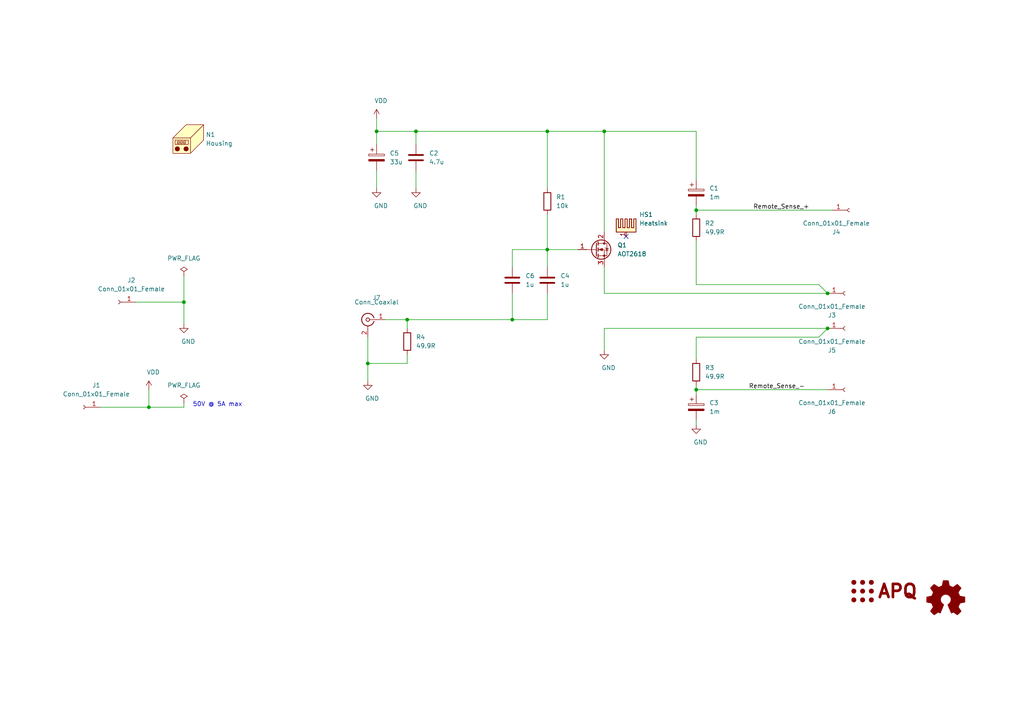
<source format=kicad_sch>
(kicad_sch (version 20230121) (generator eeschema)
  (paper "A4")
  (title_block (title "Line Injector") (date "2022-03-07") (rev "v1.0.1") (comment 1 "Copyright (©) 2021, Patrick Baus <patrick.baus@physik.tu-darmstadt.de>") (comment 2 "Licensed under CERN OHL v.1.2"))
  (lib_symbols
    (symbol "Connector:Conn_01x01_Female" (pin_names (offset 1.016) hide)
      (property "Reference" "J" (at 0 2.54 0))
      (property "Value" "Conn_01x01_Female" (at 0 -2.54 0))
      (symbol "Conn_01x01_Female_1_1"
        (polyline (pts (xy -1.27 0) (xy -0.508 0)) (stroke (width 0.1524)))
        (arc (start 0 0.508) (mid -0.5058 0) (end 0 -0.508) (stroke (width 0.1524)))
        (pin passive line (at -5.08 0 0) (length 3.81) (name "Pin_1") (number "1"))
      )
    )
    (symbol "Connector:Conn_Coaxial" (pin_names (offset 1.016) hide)
      (property "Reference" "J" (at 0.254 3.048 0))
      (property "Value" "Conn_Coaxial" (at 2.921 0 90))
      (symbol "Conn_Coaxial_0_1"
        (arc (start -1.778 -0.508) (mid 0.222 -1.808) (end 1.778 0) (stroke (width 0.254)))
        (polyline (pts (xy -2.54 0) (xy -0.508 0)))
        (polyline (pts (xy 0 -2.54) (xy 0 -1.778)))
        (circle (center 0 0) (radius 0.508) (stroke (width 0.2032)))
        (arc (start 1.778 0) (mid 0.222 1.8083) (end -1.778 0.508) (stroke (width 0.254)))
      )
      (symbol "Conn_Coaxial_1_1"
        (pin passive line (at -5.08 0 0) (length 2.54) (name "In") (number "1"))
        (pin passive line (at 0 -5.08 90) (length 2.54) (name "Ext") (number "2"))
      )
    )
    (symbol "Custom_logos:Logo_APQ" (pin_names (offset 1.016)) (in_bom no)
      (symbol "Logo_APQ_0_0"
        (text "APQ" (at 17.78 0 0) (effects (font (size 3.81 3.81) bold)))
      )
      (symbol "Logo_APQ_0_1"
        (circle (center 5.08 0) (radius 0.635) (fill (type outline)))
        (circle (center 5.08 2.54) (radius 0.635) (fill (type outline)))
        (circle (center 7.62 0) (radius 0.635) (fill (type outline)))
        (circle (center 7.62 2.54) (radius 0.635) (fill (type outline)))
        (circle (center 10.16 2.54) (radius 0.635) (fill (type outline)))
      )
      (symbol "Logo_APQ_1_1"
        (circle (center 5.08 -2.54) (radius 0.635) (fill (type outline)))
        (circle (center 7.62 -2.54) (radius 0.635) (fill (type outline)))
        (circle (center 10.16 -2.54) (radius 0.635) (fill (type outline)))
        (circle (center 10.16 0) (radius 0.635) (fill (type outline)))
      )
    )
    (symbol "Device:C" (pin_numbers hide) (pin_names (offset 0.254))
      (property "Reference" "C" (at 0.635 2.54 0))
      (property "Value" "C" (at 0.635 -2.54 0))
      (symbol "C_0_1"
        (polyline (pts (xy -2.032 -0.762) (xy 2.032 -0.762)) (stroke (width 0.508)))
        (polyline (pts (xy -2.032 0.762) (xy 2.032 0.762)) (stroke (width 0.508)))
      )
      (symbol "C_1_1"
        (pin passive line (at 0 3.81 270) (length 2.794) (name "~") (number "1"))
        (pin passive line (at 0 -3.81 90) (length 2.794) (name "~") (number "2"))
      )
    )
    (symbol "Device:C_Polarized" (pin_numbers hide) (pin_names (offset 0.254))
      (property "Reference" "C" (at 0.635 2.54 0))
      (property "Value" "C_Polarized" (at 0.635 -2.54 0))
      (symbol "C_Polarized_0_1"
        (rectangle (start -2.286 0.508) (end 2.286 1.016))
        (polyline (pts (xy -1.778 2.286) (xy -0.762 2.286)))
        (polyline (pts (xy -1.27 2.794) (xy -1.27 1.778)))
        (rectangle (start 2.286 -0.508) (end -2.286 -1.016) (fill (type outline)))
      )
      (symbol "C_Polarized_1_1"
        (pin passive line (at 0 3.81 270) (length 2.794) (name "~") (number "1"))
        (pin passive line (at 0 -3.81 90) (length 2.794) (name "~") (number "2"))
      )
    )
    (symbol "Device:Q_NMOS_GDS" (pin_names (offset 0) hide)
      (property "Reference" "Q" (at 5.08 1.27 0))
      (property "Value" "Q_NMOS_GDS" (at 5.08 -1.27 0))
      (symbol "Q_NMOS_GDS_0_1"
        (polyline (pts (xy 0.254 0) (xy -2.54 0)))
        (polyline (pts (xy 0.254 1.905) (xy 0.254 -1.905)) (stroke (width 0.254)))
        (polyline (pts (xy 0.762 -1.27) (xy 0.762 -2.286)) (stroke (width 0.254)))
        (polyline (pts (xy 0.762 0.508) (xy 0.762 -0.508)) (stroke (width 0.254)))
        (polyline (pts (xy 0.762 2.286) (xy 0.762 1.27)) (stroke (width 0.254)))
        (polyline (pts (xy 2.54 2.54) (xy 2.54 1.778)))
        (polyline (pts (xy 2.54 -2.54) (xy 2.54 0) (xy 0.762 0)))
        (polyline (pts (xy 0.762 -1.778) (xy 3.302 -1.778) (xy 3.302 1.778) (xy 0.762 1.778)))
        (polyline (pts (xy 1.016 0) (xy 2.032 0.381) (xy 2.032 -0.381) (xy 1.016 0)) (fill (type outline)))
        (polyline (pts (xy 2.794 0.508) (xy 2.921 0.381) (xy 3.683 0.381) (xy 3.81 0.254)))
        (polyline (pts (xy 3.302 0.381) (xy 2.921 -0.254) (xy 3.683 -0.254) (xy 3.302 0.381)))
        (circle (center 1.651 0) (radius 2.794) (stroke (width 0.254)))
        (circle (center 2.54 -1.778) (radius 0.254) (fill (type outline)))
        (circle (center 2.54 1.778) (radius 0.254) (fill (type outline)))
      )
      (symbol "Q_NMOS_GDS_1_1"
        (pin input line (at -5.08 0 0) (length 2.54) (name "G") (number "1"))
        (pin passive line (at 2.54 5.08 270) (length 2.54) (name "D") (number "2"))
        (pin passive line (at 2.54 -5.08 90) (length 2.54) (name "S") (number "3"))
      )
    )
    (symbol "Device:R" (pin_numbers hide) (pin_names (offset 0))
      (property "Reference" "R" (at 2.032 0 90))
      (property "Value" "R" (at 0 0 90))
      (symbol "R_0_1"
        (rectangle (start -1.016 -2.54) (end 1.016 2.54) (stroke (width 0.254)))
      )
      (symbol "R_1_1"
        (pin passive line (at 0 3.81 270) (length 1.27) (name "~") (number "1"))
        (pin passive line (at 0 -3.81 90) (length 1.27) (name "~") (number "2"))
      )
    )
    (symbol "Graphic:Logo_Open_Hardware_Small" (pin_names (offset 1.016))
      (symbol "Logo_Open_Hardware_Small_0_1"
        (polyline (pts (xy 3.3528 -4.3434) (xy 3.302 -4.318) (xy 3.175 -4.2418) (xy 2.9972 -4.1148) (xy 2.7686 -3.9624) (xy 2.54 -3.81) (xy 2.3622 -3.7084) (xy 2.2352 -3.6068) (xy 2.1844 -3.5814) (xy 2.159 -3.6068) (xy 2.0574 -3.6576) (xy 1.905 -3.7338) (xy 1.8034 -3.7846) (xy 1.6764 -3.8354) (xy 1.6002 -3.8354) (xy 1.6002 -3.8354) (xy 1.5494 -3.7338) (xy 1.4732 -3.5306) (xy 1.3462 -3.302) (xy 1.2446 -3.0226) (xy 1.1176 -2.7178) (xy 0.9652 -2.413) (xy 0.8636 -2.1082) (xy 0.7366 -1.8288) (xy 0.6604 -1.6256) (xy 0.6096 -1.4732) (xy 0.5842 -1.397) (xy 0.5842 -1.397) (xy 0.6604 -1.3208) (xy 0.7874 -1.2446) (xy 1.0414 -1.016) (xy 1.2954 -0.6858) (xy 1.4478 -0.3302) (xy 1.524 0.0762) (xy 1.4732 0.4572) (xy 1.3208 0.8128) (xy 1.0668 1.143) (xy 0.762 1.3716) (xy 0.4064 1.524) (xy 0 1.5748) (xy -0.381 1.5494) (xy -0.7366 1.397) (xy -1.0668 1.143) (xy -1.2192 0.9906) (xy -1.397 0.6604) (xy -1.524 0.3048) (xy -1.524 0.2286) (xy -1.4986 -0.1778) (xy -1.397 -0.5334) (xy -1.1938 -0.8636) (xy -0.9144 -1.143) (xy -0.8636 -1.1684) (xy -0.7366 -1.27) (xy -0.635 -1.3462) (xy -0.5842 -1.397) (xy -1.0668 -2.5908) (xy -1.143 -2.794) (xy -1.2954 -3.1242) (xy -1.397 -3.4036) (xy -1.4986 -3.6322) (xy -1.5748 -3.7846) (xy -1.6002 -3.8354) (xy -1.6002 -3.8354) (xy -1.651 -3.8354) (xy -1.7272 -3.81) (xy -1.905 -3.7338) (xy -2.0066 -3.683) (xy -2.1336 -3.6068) (xy -2.2098 -3.5814) (xy -2.2606 -3.6068) (xy -2.3622 -3.683) (xy -2.54 -3.81) (xy -2.7686 -3.9624) (xy -2.9718 -4.0894) (xy -3.1496 -4.2164) (xy -3.302 -4.318) (xy -3.3528 -4.3434) (xy -3.3782 -4.3434) (xy -3.429 -4.318) (xy -3.5306 -4.2164) (xy -3.7084 -4.064) (xy -3.937 -3.8354) (xy -3.9624 -3.81) (xy -4.1656 -3.6068) (xy -4.318 -3.4544) (xy -4.4196 -3.3274) (xy -4.445 -3.2766) (xy -4.445 -3.2766) (xy -4.4196 -3.2258) (xy -4.318 -3.0734) (xy -4.2164 -2.8956) (xy -4.064 -2.667) (xy -3.6576 -2.0828) (xy -3.8862 -1.5494) (xy -3.937 -1.3716) (xy -4.0386 -1.1684) (xy -4.0894 -1.0414) (xy -4.1148 -0.9652) (xy -4.191 -0.9398) (xy -4.318 -0.9144) (xy -4.5466 -0.8636) (xy -4.8006 -0.8128) (xy -5.0546 -0.7874) (xy -5.2578 -0.7366) (xy -5.4356 -0.7112) (xy -5.5118 -0.6858) (xy -5.5118 -0.6858) (xy -5.5372 -0.635) (xy -5.5372 -0.5588) (xy -5.5372 -0.4318) (xy -5.5626 -0.2286) (xy -5.5626 0.0762) (xy -5.5626 0.127) (xy -5.5372 0.4064) (xy -5.5372 0.635) (xy -5.5372 0.762) (xy -5.5372 0.8382) (xy -5.5372 0.8382) (xy -5.461 0.8382) (xy -5.3086 0.889) (xy -5.08 0.9144) (xy -4.826 0.9652) (xy -4.8006 0.9906) (xy -4.5466 1.0414) (xy -4.318 1.0668) (xy -4.1656 1.1176) (xy -4.0894 1.143) (xy -4.0894 1.143) (xy -4.0386 1.2446) (xy -3.9624 1.4224) (xy -3.8608 1.6256) (xy -3.7846 1.8288) (xy -3.7084 2.0066) (xy -3.6576 2.159) (xy -3.6322 2.2098) (xy -3.6322 2.2098) (xy -3.683 2.286) (xy -3.7592 2.413) (xy -3.8862 2.5908) (xy -4.064 2.8194) (xy -4.064 2.8448) (xy -4.2164 3.0734) (xy -4.3434 3.2512) (xy -4.4196 3.3782) (xy -4.445 3.4544) (xy -4.445 3.4544) (xy -4.3942 3.5052) (xy -4.2926 3.6322) (xy -4.1148 3.81) (xy -3.937 4.0132) (xy -3.8608 4.064) (xy -3.6576 4.2926) (xy -3.5052 4.4196) (xy -3.4036 4.4958) (xy -3.3528 4.5212) (xy -3.3528 4.5212) (xy -3.302 4.4704) (xy -3.1496 4.3688) (xy -2.9718 4.2418) (xy -2.7432 4.0894) (xy -2.7178 4.0894) (xy -2.4892 3.937) (xy -2.3114 3.81) (xy -2.1844 3.7084) (xy -2.1336 3.683) (xy -2.1082 3.683) (xy -2.032 3.7084) (xy -1.8542 3.7592) (xy -1.6764 3.8354) (xy -1.4732 3.937) (xy -1.27 4.0132) (xy -1.143 4.064) (xy -1.0668 4.1148) (xy -1.0668 4.1148) (xy -1.0414 4.191) (xy -1.016 4.3434) (xy -0.9652 4.572) (xy -0.9144 4.8514) (xy -0.889 4.9022) (xy -0.8382 5.1562) (xy -0.8128 5.3848) (xy -0.7874 5.5372) (xy -0.762 5.588) (xy -0.7112 5.6134) (xy -0.5842 5.6134) (xy -0.4064 5.6134) (xy -0.1524 5.6134) (xy 0.0762 5.6134) (xy 0.3302 5.6134) (xy 0.5334 5.6134) (xy 0.6858 5.588) (xy 0.7366 5.588) (xy 0.7366 5.588) (xy 0.762 5.5118) (xy 0.8128 5.334) (xy 0.8382 5.1054) (xy 0.9144 4.826) (xy 0.9144 4.7752) (xy 0.9652 4.5212) (xy 1.016 4.2926) (xy 1.0414 4.1402) (xy 1.0668 4.0894) (xy 1.0668 4.0894) (xy 1.1938 4.0386) (xy 1.3716 3.9624) (xy 1.5748 3.8608) (xy 2.0828 3.6576) (xy 2.7178 4.0894) (xy 2.7686 4.1402) (xy 2.9972 4.2926) (xy 3.175 4.4196) (xy 3.302 4.4958) (xy 3.3782 4.5212) (xy 3.3782 4.5212) (xy 3.429 4.4704) (xy 3.556 4.3434) (xy 3.7338 4.191) (xy 3.9116 3.9878) (xy 4.064 3.8354) (xy 4.2418 3.6576) (xy 4.3434 3.556) (xy 4.4196 3.4798) (xy 4.4196 3.429) (xy 4.4196 3.4036) (xy 4.3942 3.3274) (xy 4.2926 3.2004) (xy 4.1656 2.9972) (xy 4.0132 2.794) (xy 3.8862 2.5908) (xy 3.7592 2.3876) (xy 3.6576 2.2352) (xy 3.6322 2.159) (xy 3.6322 2.1336) (xy 3.683 2.0066) (xy 3.7592 1.8288) (xy 3.8608 1.6002) (xy 4.064 1.1176) (xy 4.3942 1.0414) (xy 4.5974 1.016) (xy 4.8768 0.9652) (xy 5.1308 0.9144) (xy 5.5372 0.8382) (xy 5.5626 -0.6604) (xy 5.4864 -0.6858) (xy 5.4356 -0.6858) (xy 5.2832 -0.7366) (xy 5.0546 -0.762) (xy 4.8006 -0.8128) (xy 4.5974 -0.8636) (xy 4.3688 -0.9144) (xy 4.2164 -0.9398) (xy 4.1402 -0.9398) (xy 4.1148 -0.9652) (xy 4.064 -1.0668) (xy 3.9878 -1.2446) (xy 3.9116 -1.4478) (xy 3.81 -1.651) (xy 3.7338 -1.8542) (xy 3.683 -2.0066) (xy 3.6576 -2.0828) (xy 3.683 -2.1336) (xy 3.7846 -2.2606) (xy 3.8862 -2.4638) (xy 4.0386 -2.667) (xy 4.191 -2.8956) (xy 4.318 -3.0734) (xy 4.3942 -3.2004) (xy 4.445 -3.2766) (xy 4.4196 -3.3274) (xy 4.3434 -3.429) (xy 4.1656 -3.5814) (xy 3.937 -3.8354) (xy 3.8862 -3.8608) (xy 3.683 -4.064) (xy 3.5306 -4.2164) (xy 3.4036 -4.318) (xy 3.3528 -4.3434)) (fill (type outline)))
      )
    )
    (symbol "Mechanical:Heatsink_Pad" (pin_names (offset 0))
      (property "Reference" "HS" (at 0 5.715 0))
      (property "Value" "Heatsink_Pad" (at 0 3.81 0))
      (symbol "Heatsink_Pad_0_1"
        (polyline (pts (xy -0.3302 0) (xy -0.9652 0) (xy -0.9652 2.54) (xy -1.6002 2.54) (xy -1.6002 0) (xy -2.2352 0) (xy -2.2352 2.54) (xy -2.8702 2.54) (xy -2.8702 -1.27) (xy -0.9652 -1.27)) (stroke (width 0.254)) (fill (type background)))
        (polyline (pts (xy -0.3302 0) (xy -0.3302 2.54) (xy 0.3048 2.54) (xy 0.3048 0) (xy 0.9398 0) (xy 0.9398 2.54) (xy 1.5748 2.54) (xy 1.5748 0) (xy 2.2098 0) (xy 2.2098 2.54) (xy 2.8448 2.54) (xy 2.8448 -1.27) (xy -0.9652 -1.27)) (stroke (width 0.254)) (fill (type background)))
      )
      (symbol "Heatsink_Pad_1_1"
        (pin passive line (at 0 -2.54 90) (length 1.27) (name "~") (number "1"))
      )
    )
    (symbol "Mechanical:Housing" (pin_names (offset 1.016))
      (property "Reference" "N" (at 3.81 0 0))
      (property "Value" "Housing" (at 3.81 -1.905 0))
      (symbol "Housing_0_1"
        (rectangle (start -5.08 -0.635) (end -1.27 -1.905))
        (circle (center -4.445 -3.175) (radius 0.635) (fill (type outline)))
        (circle (center -1.905 -3.175) (radius 0.635) (fill (type outline)))
        (polyline (pts (xy -4.5212 -1.5748) (xy -4.4704 -1.3716)))
        (polyline (pts (xy -4.4196 -1.6764) (xy -4.064 -1.6764)))
        (polyline (pts (xy -4.4196 -1.2192) (xy -4.3688 -0.9652)))
        (polyline (pts (xy -4.318 -1.3208) (xy -4.0132 -1.3208)))
        (polyline (pts (xy -4.2164 -0.9144) (xy -3.9116 -0.9144)))
        (polyline (pts (xy -3.9116 -1.6256) (xy -3.8608 -1.3716)))
        (polyline (pts (xy -3.81 -1.2192) (xy -3.7592 -0.9652)))
        (polyline (pts (xy -3.6068 -1.5748) (xy -3.556 -1.3716)))
        (polyline (pts (xy -3.5052 -1.6764) (xy -3.1496 -1.6764)))
        (polyline (pts (xy -3.5052 -1.2192) (xy -3.4544 -0.9652)))
        (polyline (pts (xy -3.4036 -1.3208) (xy -3.0988 -1.3208)))
        (polyline (pts (xy -3.302 -0.9144) (xy -2.9972 -0.9144)))
        (polyline (pts (xy -2.9972 -1.6256) (xy -2.9464 -1.3716)))
        (polyline (pts (xy -2.8956 -1.2192) (xy -2.8448 -0.9652)))
        (polyline (pts (xy -2.6924 -1.5748) (xy -2.6416 -1.3716)))
        (polyline (pts (xy -2.5908 -1.6764) (xy -2.2352 -1.6764)))
        (polyline (pts (xy -2.5908 -1.2192) (xy -2.54 -0.9652)))
        (polyline (pts (xy -2.4892 -1.3208) (xy -2.1844 -1.3208)))
        (polyline (pts (xy -2.3876 -0.9144) (xy -2.0828 -0.9144)))
        (polyline (pts (xy -2.0828 -1.6256) (xy -2.032 -1.3716)))
        (polyline (pts (xy -1.9812 -1.2192) (xy -1.9304 -0.9652)))
        (polyline (pts (xy -0.635 0) (xy -0.635 -4.445)))
        (polyline (pts (xy -5.715 0) (xy -0.635 0) (xy 3.175 3.81)))
        (polyline (pts (xy -5.715 0) (xy -5.715 -4.445) (xy -0.635 -4.445) (xy 3.175 -0.635) (xy 3.175 3.81) (xy -1.905 3.81) (xy -5.715 0)) (fill (type background)))
      )
    )
    (symbol "power:GND" (power) (pin_names (offset 0))
      (property "Value" "GND" (at 0 -3.81 0))
      (symbol "GND_0_1"
        (polyline (pts (xy 0 0) (xy 0 -1.27) (xy 1.27 -1.27) (xy 0 -2.54) (xy -1.27 -1.27) (xy 0 -1.27)))
      )
      (symbol "GND_1_1"
        (pin power_in line (at 0 0 270) (length 0) hide (name "GND") (number "1"))
      )
    )
    (symbol "power:PWR_FLAG" (power) (pin_numbers hide) (pin_names (offset 0) hide)
      (property "Value" "PWR_FLAG" (at 0 3.81 0))
      (symbol "PWR_FLAG_0_0"
        (pin power_out line (at 0 0 90) (length 0) (name "pwr") (number "1"))
      )
      (symbol "PWR_FLAG_0_1"
        (polyline (pts (xy 0 0) (xy 0 1.27) (xy -1.016 1.905) (xy 0 2.54) (xy 1.016 1.905) (xy 0 1.27)))
      )
    )
    (symbol "power:VDD" (power) (pin_names (offset 0))
      (property "Value" "VDD" (at 0 3.81 0))
      (symbol "VDD_0_1"
        (polyline (pts (xy -0.762 1.27) (xy 0 2.54)))
        (polyline (pts (xy 0 0) (xy 0 2.54)))
        (polyline (pts (xy 0 2.54) (xy 0.762 1.27)))
      )
      (symbol "VDD_1_1"
        (pin power_in line (at 0 0 90) (length 0) hide (name "VDD") (number "1"))
      )
    )
  )
  (junction (at 158.75 38.1))
  (junction (at 118.11 92.71))
  (junction (at 120.65 38.1))
  (junction (at 53.34 87.63))
  (junction (at 43.18 118.11))
  (junction (at 109.22 38.1))
  (junction (at 201.93 60.96))
  (junction (at 158.75 72.39))
  (junction (at 106.68 105.41))
  (junction (at 240.03 85.09))
  (junction (at 148.59 92.71))
  (junction (at 201.93 113.03))
  (junction (at 240.03 95.25))
  (junction (at 175.26 38.1))
  (no_connect (at 181.61 68.58))
  (wire (pts (xy 175.26 67.31) (xy 175.26 38.1)))
  (wire (pts (xy 158.75 38.1) (xy 158.75 54.61)))
  (wire (pts (xy 158.75 85.09) (xy 158.75 92.71)))
  (wire (pts (xy 106.68 110.49) (xy 106.68 105.41)))
  (wire (pts (xy 109.22 38.1) (xy 109.22 34.29)))
  (wire (pts (xy 201.93 38.1) (xy 201.93 52.07)))
  (wire (pts (xy 201.93 113.03) (xy 201.93 114.3)))
  (wire (pts (xy 237.49 97.79) (xy 240.03 95.25)))
  (wire (pts (xy 201.93 60.96) (xy 241.3 60.96)))
  (wire (pts (xy 175.26 95.25) (xy 175.26 101.6)))
  (wire (pts (xy 120.65 38.1) (xy 158.75 38.1)))
  (wire (pts (xy 201.93 97.79) (xy 201.93 104.14)))
  (wire (pts (xy 43.18 113.03) (xy 43.18 118.11)))
  (wire (pts (xy 167.64 72.39) (xy 158.75 72.39)))
  (wire (pts (xy 118.11 102.87) (xy 118.11 105.41)))
  (wire (pts (xy 237.49 97.79) (xy 201.93 97.79)))
  (wire (pts (xy 237.49 82.55) (xy 240.03 85.09)))
  (wire (pts (xy 120.65 49.53) (xy 120.65 54.61)))
  (wire (pts (xy 111.76 92.71) (xy 118.11 92.71)))
  (wire (pts (xy 158.75 77.47) (xy 158.75 72.39)))
  (wire (pts (xy 109.22 38.1) (xy 120.65 38.1)))
  (wire (pts (xy 201.93 69.85) (xy 201.93 82.55)))
  (wire (pts (xy 109.22 41.91) (xy 109.22 38.1)))
  (wire (pts (xy 201.93 113.03) (xy 240.03 113.03)))
  (wire (pts (xy 175.26 85.09) (xy 240.03 85.09)))
  (wire (pts (xy 148.59 72.39) (xy 158.75 72.39)))
  (wire (pts (xy 118.11 92.71) (xy 148.59 92.71)))
  (wire (pts (xy 158.75 92.71) (xy 148.59 92.71)))
  (wire (pts (xy 201.93 59.69) (xy 201.93 60.96)))
  (wire (pts (xy 201.93 60.96) (xy 201.93 62.23)))
  (wire (pts (xy 118.11 92.71) (xy 118.11 95.25)))
  (wire (pts (xy 148.59 77.47) (xy 148.59 72.39)))
  (wire (pts (xy 148.59 85.09) (xy 148.59 92.71)))
  (wire (pts (xy 53.34 80.01) (xy 53.34 87.63)))
  (wire (pts (xy 201.93 111.76) (xy 201.93 113.03)))
  (wire (pts (xy 175.26 38.1) (xy 158.75 38.1)))
  (wire (pts (xy 175.26 38.1) (xy 201.93 38.1)))
  (wire (pts (xy 175.26 95.25) (xy 240.03 95.25)))
  (wire (pts (xy 120.65 38.1) (xy 120.65 41.91)))
  (wire (pts (xy 201.93 123.19) (xy 201.93 121.92)))
  (wire (pts (xy 175.26 77.47) (xy 175.26 85.09)))
  (wire (pts (xy 201.93 82.55) (xy 237.49 82.55)))
  (wire (pts (xy 158.75 72.39) (xy 158.75 62.23)))
  (wire (pts (xy 118.11 105.41) (xy 106.68 105.41)))
  (wire (pts (xy 53.34 118.11) (xy 53.34 116.84)))
  (wire (pts (xy 39.37 87.63) (xy 53.34 87.63)))
  (wire (pts (xy 43.18 118.11) (xy 53.34 118.11)))
  (wire (pts (xy 106.68 105.41) (xy 106.68 97.79)))
  (wire (pts (xy 53.34 87.63) (xy 53.34 93.98)))
  (wire (pts (xy 109.22 49.53) (xy 109.22 54.61)))
  (wire (pts (xy 29.21 118.11) (xy 43.18 118.11)))
  (text "50V @ 5A max" (at 55.88 118.11 0) (effects (font (size 1.27 1.27)) (justify left bottom)))
  (label "Remote_Sense_+" (at 218.44 60.96 0))
  (label "Remote_Sense_-" (at 217.17 113.03 0))
  (symbol (lib_id "Graphic:Logo_Open_Hardware_Small") (at 274.32 173.99 0) (unit 1) (in_bom no)
    (property "Reference" "LOGO2" (effects hide))
    (property "Value" "Logo_Open_Hardware_Small" (effects hide))
    (property "Footprint" "Symbol:OSHW-Logo_7.5x8mm_SilkScreen" (effects hide))
  )
  (symbol (lib_id "Custom_logos:Logo_APQ") (at 242.57 171.45 0) (unit 1) (in_bom no)
    (property "Reference" "LOGO1" (effects hide))
    (property "Value" "Logo_APQ" (effects hide))
    (property "Footprint" "Custom_footprints_project:APQ-Logo_small" (effects hide))
    (property "DNP" "1" (effects hide))
  )
  (symbol (lib_id "Connector:Conn_01x01_Female") (at 24.13 118.11 180) (unit 1)
    (property "Reference" "J1" (at 27.94 111.76 0))
    (property "Value" "Conn_01x01_Female" (at 27.94 114.3 0))
    (property "Footprint" "Custom_footprints:Schuetzinger_4mm_Jack" (effects hide))
    (property "MFN" "Schützinger" (effects hide))
    (property "PN" "SWEB 8094 AU / RT" (effects hide))
    (property "Alternative" "Cliff FCR7350R" (effects hide))
  )
  (symbol (lib_id "Connector:Conn_01x01_Female") (at 34.29 87.63 180) (unit 1)
    (property "Reference" "J2" (at 38.1 81.28 0))
    (property "Value" "Conn_01x01_Female" (at 38.1 83.82 0))
    (property "Footprint" "Custom_footprints:Schuetzinger_4mm_Jack" (effects hide))
    (property "MFN" "Schützinger" (effects hide))
    (property "PN" "SWEB 8094 AU / SW" (effects hide))
    (property "Alternative" "Cliff FCR7350B" (effects hide))
  )
  (symbol (lib_id "power:PWR_FLAG") (at 53.34 116.84 0) (unit 1)
    (property "Reference" "#FLG02" (effects hide))
    (property "Value" "PWR_FLAG" (at 53.34 111.76 0))
  )
  (symbol (lib_id "power:GND") (at 53.34 93.98 0) (unit 1)
    (property "Reference" "#PWR02" (effects hide))
    (property "Value" "GND" (at 54.61 99.06 0))
  )
  (symbol (lib_id "power:PWR_FLAG") (at 53.34 80.01 0) (unit 1)
    (property "Reference" "#FLG01" (effects hide))
    (property "Value" "PWR_FLAG" (at 53.34 74.93 0))
  )
  (symbol (lib_id "Device:C_Polarized") (at 109.22 45.72 0) (unit 1)
    (property "Reference" "C5" (at 113.03 44.45 0) (effects (justify left)))
    (property "Value" "33u" (at 113.03 46.99 0) (effects (justify left)))
    (property "Footprint" "Capacitor_THT:CP_Radial_D10.0mm_P5.00mm" (effects hide))
    (property "MFN" "United Chemicon" (effects hide))
    (property "PN" "EGXF351ELL330MJ35S" (effects hide))
    (property "Alternative" "Rubycon 160LEX33MEFC10X16" (effects hide))
  )
  (symbol (lib_id "power:GND") (at 109.22 54.61 0) (unit 1)
    (property "Reference" "#PWR05" (effects hide))
    (property "Value" "GND" (at 110.49 59.69 0))
  )
  (symbol (lib_id "power:GND") (at 120.65 54.61 0) (unit 1)
    (property "Reference" "#PWR06" (effects hide))
    (property "Value" "GND" (at 121.92 59.69 0))
  )
  (symbol (lib_id "Device:C") (at 120.65 45.72 0) (unit 1)
    (property "Reference" "C2" (at 124.46 44.45 0) (effects (justify left)))
    (property "Value" "4.7u" (at 124.46 46.99 0) (effects (justify left)))
    (property "Footprint" "Capacitor_SMD:C_1210_3225Metric" (effects hide))
    (property "MFN" "TDK" (effects hide))
    (property "PN" "CNA6P1X7R2A475K250AE" (effects hide))
    (property "Alternative" "TDK CNC6P1X7R2A475K250AE" (effects hide))
  )
  (symbol (lib_id "Device:Q_NMOS_GDS") (at 172.72 72.39 0) (unit 1)
    (property "Reference" "Q1" (at 179.07 71.12 0) (effects (justify left)))
    (property "Value" "AOT2618" (at 179.07 73.66 0) (effects (justify left)))
    (property "Footprint" "Package_TO_SOT_THT:TO-220-3_Vertical" (effects hide))
    (property "MFN" "Alpha & Omega Semiconductor Inc." (effects hide))
    (property "PN" "AOT2618L" (effects hide))
  )
  (symbol (lib_id "Device:R") (at 158.75 58.42 0) (unit 1)
    (property "Reference" "R1" (at 161.29 57.15 0) (effects (justify left)))
    (property "Value" "10k" (at 161.29 59.69 0) (effects (justify left)))
    (property "Footprint" "Resistor_SMD:R_0805_2012Metric" (effects hide))
    (property "MFN" "Yageo" (effects hide))
    (property "PN" "AC0805FR-0710KL" (effects hide))
    (property "Alternative" "Panasonic ERJ-6ENF1002V" (effects hide))
  )
  (symbol (lib_id "Device:C") (at 148.59 81.28 0) (unit 1)
    (property "Reference" "C6" (at 152.4 80.01 0) (effects (justify left)))
    (property "Value" "1u" (at 152.4 82.55 0) (effects (justify left)))
    (property "Footprint" "Capacitor_SMD:C_1206_3216Metric" (effects hide))
    (property "MFN" "TDK" (effects hide))
    (property "PN" "CGA5L2X7R2A105M160AE" (effects hide))
    (property "Alternative" "TDK CGA5L2X7R2A105K160AA" (effects hide))
  )
  (symbol (lib_id "Device:C") (at 158.75 81.28 0) (unit 1)
    (property "Reference" "C4" (at 162.56 80.01 0) (effects (justify left)))
    (property "Value" "1u" (at 162.56 82.55 0) (effects (justify left)))
    (property "Footprint" "Capacitor_SMD:C_1206_3216Metric" (effects hide))
    (property "MFN" "TDK" (effects hide))
    (property "PN" "CGA5L2X7R2A105M160AE" (effects hide))
    (property "Alternative" "TDK CGA5L2X7R2A105K160AA" (effects hide))
  )
  (symbol (lib_id "Connector:Conn_01x01_Female") (at 245.11 95.25 0) (unit 1)
    (property "Reference" "J5" (at 241.3 101.6 0))
    (property "Value" "Conn_01x01_Female" (at 241.3 99.06 0))
    (property "Footprint" "Custom_footprints:Schuetzinger_4mm_Jack" (effects hide))
    (property "MFN" "Schützinger" (effects hide))
    (property "PN" "SWEB 8094 AU / SW" (effects hide))
    (property "Alternative" "Cliff FCR7350B" (effects hide))
  )
  (symbol (lib_id "Connector:Conn_01x01_Female") (at 245.11 85.09 0) (unit 1)
    (property "Reference" "J3" (at 241.3 91.44 0))
    (property "Value" "Conn_01x01_Female" (at 241.3 88.9 0))
    (property "Footprint" "Custom_footprints:Schuetzinger_4mm_Jack" (effects hide))
    (property "MFN" "Schützinger" (effects hide))
    (property "PN" "SWEB 8094 AU / RT" (effects hide))
    (property "Alternative" "Cliff FCR7350R" (effects hide))
  )
  (symbol (lib_id "Connector:Conn_Coaxial") (at 106.68 92.71 0) (mirror y) (unit 1)
    (property "Reference" "J7" (at 109.22 86.36 0))
    (property "Value" "Conn_Coaxial" (at 109.22 87.63 0))
    (property "Footprint" "Connector_Coaxial:BNC_Amphenol_B6252HB-NPP3G-50_Horizontal" (effects hide))
    (property "Datasheet" " ~" (effects hide))
    (property "MFN" "TE Connectivity" (effects hide))
    (property "PN" "5227161-7" (effects hide))
  )
  (symbol (lib_id "Device:R") (at 118.11 99.06 0) (unit 1)
    (property "Reference" "R4" (at 120.65 97.79 0) (effects (justify left)))
    (property "Value" "49.9R" (at 120.65 100.33 0) (effects (justify left)))
    (property "Footprint" "Resistor_SMD:R_1206_3216Metric" (effects hide))
    (property "MFN" "Yageo" (effects hide))
    (property "PN" "AC1206FR-0749R9L" (effects hide))
    (property "Alternative" "Panasonic ERJ-U08F49R9V" (effects hide))
  )
  (symbol (lib_id "power:GND") (at 106.68 110.49 0) (unit 1)
    (property "Reference" "#PWR03" (effects hide))
    (property "Value" "GND" (at 107.95 115.57 0))
  )
  (symbol (lib_id "power:GND") (at 175.26 101.6 0) (unit 1)
    (property "Reference" "#PWR09" (effects hide))
    (property "Value" "GND" (at 176.53 106.68 0))
  )
  (symbol (lib_id "Device:C_Polarized") (at 201.93 55.88 0) (unit 1)
    (property "Reference" "C1" (at 205.74 54.61 0) (effects (justify left)))
    (property "Value" "1m" (at 205.74 57.15 0) (effects (justify left)))
    (property "Footprint" "Capacitor_THT:CP_Radial_D18.0mm_P7.50mm" (effects hide))
    (property "MFN" "Nichicon" (effects hide))
    (property "PN" "UPW2A102MHD" (effects hide))
    (property "Alternative" "United Chemicon EKYB101ELL102MM40S" (effects hide))
  )
  (symbol (lib_id "Device:C_Polarized") (at 201.93 118.11 0) (unit 1)
    (property "Reference" "C3" (at 205.74 116.84 0) (effects (justify left)))
    (property "Value" "1m" (at 205.74 119.38 0) (effects (justify left)))
    (property "Footprint" "Capacitor_THT:CP_Radial_D18.0mm_P7.50mm" (effects hide))
    (property "MFN" "Nichicon" (effects hide))
    (property "PN" "UPW2A102MHD" (effects hide))
  )
  (symbol (lib_id "Device:R") (at 201.93 66.04 0) (unit 1)
    (property "Reference" "R2" (at 204.47 64.77 0) (effects (justify left)))
    (property "Value" "49.9R" (at 204.47 67.31 0) (effects (justify left)))
    (property "Footprint" "Resistor_SMD:R_1206_3216Metric" (effects hide))
    (property "MFN" "Yageo" (effects hide))
    (property "PN" "AC1206FR-0749R9L" (effects hide))
    (property "Alternative" "Panasonic ERJ-U08F49R9V" (effects hide))
  )
  (symbol (lib_id "Connector:Conn_01x01_Female") (at 246.38 60.96 0) (unit 1)
    (property "Reference" "J4" (at 242.57 67.31 0))
    (property "Value" "Conn_01x01_Female" (at 242.57 64.77 0))
    (property "Footprint" "Custom_footprints:Schuetzinger_4mm_Jack" (effects hide))
    (property "MFN" "Schützinger" (effects hide))
    (property "PN" "SWEB 8094 AU / RT" (effects hide))
    (property "Alternative" "Cliff FCR7350R" (effects hide))
  )
  (symbol (lib_id "Connector:Conn_01x01_Female") (at 245.11 113.03 0) (unit 1)
    (property "Reference" "J6" (at 241.3 119.38 0))
    (property "Value" "Conn_01x01_Female" (at 241.3 116.84 0))
    (property "Footprint" "Custom_footprints:Schuetzinger_4mm_Jack" (effects hide))
    (property "MFN" "Schützinger" (effects hide))
    (property "PN" "SWEB 8094 AU / SW" (effects hide))
    (property "Alternative" "Cliff FCR7350B" (effects hide))
  )
  (symbol (lib_id "power:GND") (at 201.93 123.19 0) (unit 1)
    (property "Reference" "#PWR010" (effects hide))
    (property "Value" "GND" (at 203.2 128.27 0))
  )
  (symbol (lib_id "Device:R") (at 201.93 107.95 0) (unit 1)
    (property "Reference" "R3" (at 204.47 106.68 0) (effects (justify left)))
    (property "Value" "49.9R" (at 204.47 109.22 0) (effects (justify left)))
    (property "Footprint" "Resistor_SMD:R_1206_3216Metric" (effects hide))
    (property "MFN" "Yageo" (effects hide))
    (property "PN" "AC1206FR-0749R9L" (effects hide))
    (property "Alternative" "Panasonic ERJ-U08F49R9V" (effects hide))
  )
  (symbol (lib_id "Mechanical:Heatsink_Pad") (at 181.61 66.04 0) (unit 1)
    (property "Reference" "HS1" (at 185.42 62.23 0) (effects (justify left)))
    (property "Value" "Heatsink" (at 185.42 64.77 0) (effects (justify left)))
    (property "Footprint" "Custom_footprints:Heatsink_42x25mm_2xFixation_Ohmite-R-series" (effects hide))
    (property "MFN" "Ohmite" (effects hide))
    (property "PN" "RA-T2X-38E" (effects hide))
  )
  (symbol (lib_id "power:VDD") (at 43.18 113.03 0) (unit 1)
    (property "Reference" "#PWR0102" (effects hide))
    (property "Value" "VDD" (at 44.45 107.95 0))
  )
  (symbol (lib_id "power:VDD") (at 109.22 34.29 0) (unit 1)
    (property "Reference" "#PWR0101" (effects hide))
    (property "Value" "VDD" (at 110.49 29.21 0))
  )
  (symbol (lib_id "Mechanical:Housing") (at 55.88 40.005 0) (unit 1) (on_board no)
    (property "Reference" "N1" (at 59.69 39.0524 0) (effects (justify left)))
    (property "Value" "Housing" (at 59.69 41.5924 0) (effects (justify left)))
    (property "MFN" "Hammond Manufacturing Ltd." (effects hide))
    (property "PN" "1457N1201EBK" (effects hide))
  )
)
</source>
